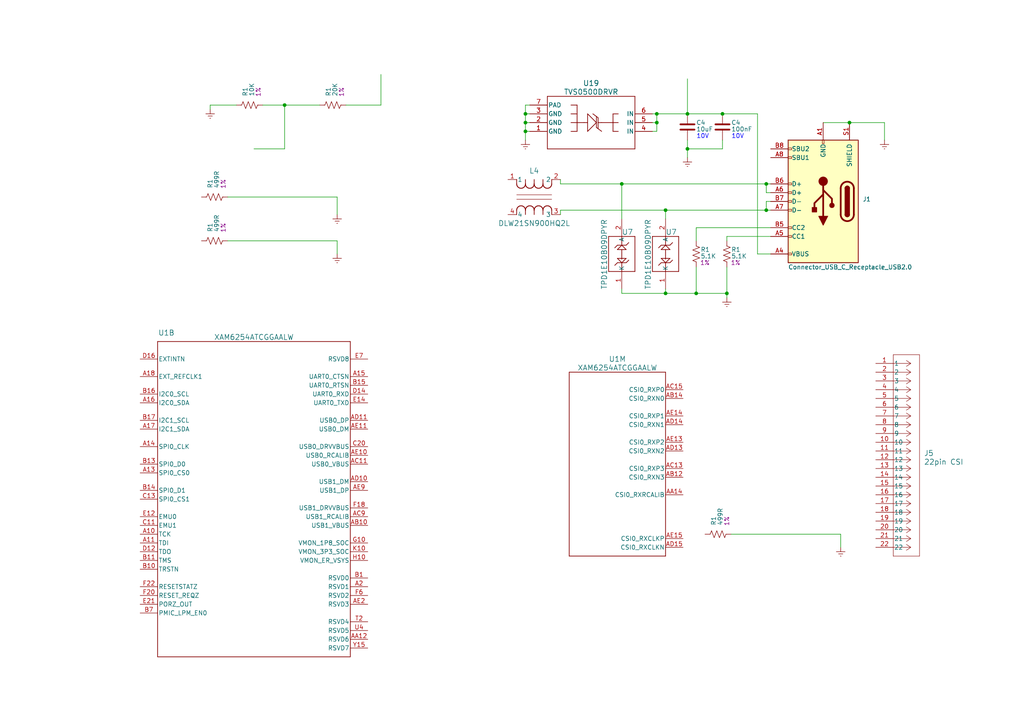
<source format=kicad_sch>
(kicad_sch (version 20230121) (generator eeschema)
  (paper "A4")
  (title_block (title "TI Ember AM62 SiP Concept") (date "2023-06-09") (rev "Rev 0") (company "Andrei Aldea - Texas Instruments"))
  (junction (at 210.82 85.09))
  (junction (at 246.38 35.56))
  (junction (at 201.93 85.09))
  (junction (at 199.39 33.02))
  (junction (at 152.4 38.1))
  (junction (at 152.4 33.02))
  (junction (at 190.5 35.56))
  (junction (at 222.25 60.96))
  (junction (at 190.5 33.02))
  (junction (at 209.55 33.02))
  (junction (at 193.04 85.09))
  (junction (at 82.55 30.48))
  (junction (at 193.04 60.96))
  (junction (at 180.34 53.34))
  (junction (at 152.4 35.56))
  (junction (at 199.39 43.18))
  (junction (at 222.25 53.34))
  (wire (pts (xy 199.39 33.02) (xy 209.55 33.02)))
  (wire (pts (xy 210.82 69.85) (xy 210.82 68.58)))
  (wire (pts (xy 238.76 35.56) (xy 246.38 35.56)))
  (wire (pts (xy 66.04 57.15) (xy 97.79 57.15)))
  (wire (pts (xy 209.55 40.64) (xy 209.55 43.18)))
  (wire (pts (xy 256.54 35.56) (xy 256.54 40.64)))
  (wire (pts (xy 152.4 38.1) (xy 152.4 40.64)))
  (wire (pts (xy 222.25 53.34) (xy 223.52 53.34)))
  (wire (pts (xy 209.55 43.18) (xy 199.39 43.18)))
  (wire (pts (xy 210.82 68.58) (xy 223.52 68.58)))
  (wire (pts (xy 222.25 60.96) (xy 223.52 60.96)))
  (wire (pts (xy 222.25 55.88) (xy 223.52 55.88)))
  (wire (pts (xy 222.25 58.42) (xy 222.25 60.96)))
  (wire (pts (xy 152.4 33.02) (xy 153.67 33.02)))
  (wire (pts (xy 100.33 30.48) (xy 110.49 30.48)))
  (wire (pts (xy 152.4 35.56) (xy 152.4 38.1)))
  (wire (pts (xy 189.23 38.1) (xy 190.5 38.1)))
  (wire (pts (xy 162.56 62.23) (xy 162.56 60.96)))
  (wire (pts (xy 180.34 85.09) (xy 193.04 85.09)))
  (wire (pts (xy 243.84 154.94) (xy 243.84 158.75)))
  (wire (pts (xy 193.04 60.96) (xy 222.25 60.96)))
  (wire (pts (xy 201.93 85.09) (xy 210.82 85.09)))
  (wire (pts (xy 60.96 30.48) (xy 60.96 31.75)))
  (wire (pts (xy 73.66 43.18) (xy 82.55 43.18)))
  (wire (pts (xy 97.79 57.15) (xy 97.79 62.23)))
  (wire (pts (xy 246.38 35.56) (xy 256.54 35.56)))
  (wire (pts (xy 190.5 38.1) (xy 190.5 35.56)))
  (wire (pts (xy 180.34 53.34) (xy 222.25 53.34)))
  (wire (pts (xy 180.34 83.82) (xy 180.34 85.09)))
  (wire (pts (xy 199.39 22.86) (xy 199.39 33.02)))
  (wire (pts (xy 193.04 60.96) (xy 193.04 63.5)))
  (wire (pts (xy 82.55 30.48) (xy 82.55 43.18)))
  (wire (pts (xy 201.93 77.47) (xy 201.93 85.09)))
  (wire (pts (xy 152.4 33.02) (xy 152.4 35.56)))
  (wire (pts (xy 222.25 53.34) (xy 222.25 55.88)))
  (wire (pts (xy 162.56 53.34) (xy 162.56 52.07)))
  (wire (pts (xy 162.56 60.96) (xy 193.04 60.96)))
  (wire (pts (xy 222.25 58.42) (xy 223.52 58.42)))
  (wire (pts (xy 152.4 30.48) (xy 152.4 33.02)))
  (wire (pts (xy 219.71 73.66) (xy 219.71 33.02)))
  (wire (pts (xy 190.5 33.02) (xy 199.39 33.02)))
  (wire (pts (xy 209.55 33.02) (xy 219.71 33.02)))
  (wire (pts (xy 190.5 33.02) (xy 190.5 35.56)))
  (wire (pts (xy 199.39 43.18) (xy 199.39 45.72)))
  (wire (pts (xy 110.49 21.59) (xy 110.49 30.48)))
  (wire (pts (xy 76.2 30.48) (xy 82.55 30.48)))
  (wire (pts (xy 212.09 154.94) (xy 243.84 154.94)))
  (wire (pts (xy 210.82 77.47) (xy 210.82 85.09)))
  (wire (pts (xy 82.55 30.48) (xy 92.71 30.48)))
  (wire (pts (xy 193.04 85.09) (xy 193.04 83.82)))
  (wire (pts (xy 189.23 33.02) (xy 190.5 33.02)))
  (wire (pts (xy 66.04 69.85) (xy 97.79 69.85)))
  (wire (pts (xy 152.4 35.56) (xy 153.67 35.56)))
  (wire (pts (xy 199.39 43.18) (xy 199.39 40.64)))
  (wire (pts (xy 68.58 30.48) (xy 60.96 30.48)))
  (wire (pts (xy 97.79 69.85) (xy 97.79 73.66)))
  (wire (pts (xy 210.82 86.36) (xy 210.82 85.09)))
  (wire (pts (xy 152.4 38.1) (xy 153.67 38.1)))
  (wire (pts (xy 152.4 30.48) (xy 153.67 30.48)))
  (wire (pts (xy 201.93 66.04) (xy 223.52 66.04)))
  (wire (pts (xy 180.34 53.34) (xy 162.56 53.34)))
  (wire (pts (xy 189.23 35.56) (xy 190.5 35.56)))
  (wire (pts (xy 223.52 73.66) (xy 219.71 73.66)))
  (wire (pts (xy 193.04 85.09) (xy 201.93 85.09)))
  (wire (pts (xy 201.93 69.85) (xy 201.93 66.04)))
  (wire (pts (xy 180.34 53.34) (xy 180.34 63.5)))
  (symbol (lib_id "USB-C-USB-2.0-cache:Connector_USB_C_Receptacle_USB2.0") (at 238.76 58.42 180) (unit 1)
    (property "Reference" "J1" (at 250.19 57.785 0) (effects (justify right)))
    (property "Value" "Connector_USB_C_Receptacle_USB2.0" (at 228.6 77.47 0) (effects (justify right)))
    (property "Footprint" "USB-C-Power-tester:TYPE-C-31-M-12" (effects hide))
  )
  (symbol (lib_id "power:GNDREF") (at 60.96 31.75 0) (unit 1)
    (property "Reference" "#PWR030" (effects hide))
    (property "Value" "GNDREF" (effects hide))
    (instances (project "TI Ember" (path "" (reference "#PWR030") (unit 1)) (path "" (reference "#PWR067") (unit 1))))
  )
  (symbol (lib_id "power:GNDREF") (at 199.39 45.72 0) (unit 1)
    (property "Reference" "#PWR030" (effects hide))
    (property "Value" "GNDREF" (effects hide))
    (instances (project "TI Ember" (path "" (reference "#PWR030") (unit 1)) (path "" (reference "#PWR065") (unit 1))))
  )
  (symbol (lib_id "TPD1E10B09DPYR:TPD1E10B09DPYR") (at 180.34 73.66 90) (unit 1)
    (property "Reference" "U7" (at 180.34 67.31 90) (effects (font (size 1.524 1.524)) (justify right)))
    (property "Value" "TPD1E10B09DPYR" (at 175.26 63.5 0) (effects (font (size 1.524 1.524)) (justify right)))
    (property "Footprint" "DPY0002A" (effects hide))
    (property "Datasheet" "TPD1E10B09DPYR" (effects hide))
    (instances (project "TI Ember" (path "" (reference "U7") (unit 1)) (path "" (reference "U17") (unit 1))))
  )
  (symbol (lib_id "power:GNDREF") (at 210.82 86.36 0) (unit 1)
    (property "Reference" "#PWR030" (effects hide))
    (property "Value" "GNDREF" (effects hide))
    (instances (project "TI Ember" (path "" (reference "#PWR030") (unit 1)) (path "" (reference "#PWR064") (unit 1))))
  )
  (symbol (lib_id "TPD1E10B09DPYR:TPD1E10B09DPYR") (at 193.04 73.66 90) (unit 1)
    (property "Reference" "U7" (at 193.04 67.31 90) (effects (font (size 1.524 1.524)) (justify right)))
    (property "Value" "TPD1E10B09DPYR" (at 187.96 63.5 0) (effects (font (size 1.524 1.524)) (justify right)))
    (property "Footprint" "DPY0002A" (effects hide))
    (property "Datasheet" "TPD1E10B09DPYR" (effects hide))
    (instances (project "TI Ember" (path "" (reference "U7") (unit 1)) (path "" (reference "U18") (unit 1))))
  )
  (symbol (lib_id "Device:R_US") (at 210.82 73.66 0) (unit 1)
    (property "Reference" "R1" (at 212.09 72.39 0) (effects (justify left)))
    (property "Value" "5.1K" (at 212.09 74.295 0) (effects (justify left)))
    (property "Footprint" "Resistor_SMD:R_0201_0603Metric" (effects hide))
    (property "Tolerance" "1%" (at 213.36 76.2 0))
    (instances (project "TI Ember" (path "" (reference "R1") (unit 1)) (path "" (reference "R4") (unit 1)) (path "" (reference "R30") (unit 1)) (path "" (reference "R31") (unit 1)) (path "" (reference "R55") (unit 1))))
  )
  (symbol (lib_id "PiCSI:545482271") (at 254 105.41 0) (unit 1)
    (property "Reference" "J5" (at 267.97 131.445 0) (effects (font (size 1.524 1.524)) (justify left)))
    (property "Value" "22pin CSI" (at 267.97 133.985 0) (effects (font (size 1.524 1.524)) (justify left)))
    (property "Footprint" "CONN_54548-2271_MOL" (effects hide))
    (property "Datasheet" "545482271" (effects hide))
  )
  (symbol (lib_id "power:GNDREF") (at 97.79 62.23 0) (unit 1)
    (property "Reference" "#PWR030" (effects hide))
    (property "Value" "GNDREF" (effects hide))
    (instances (project "TI Ember" (path "" (reference "#PWR030") (unit 1)) (path "" (reference "#PWR068") (unit 1))))
  )
  (symbol (lib_id "Device:C") (at 199.39 36.83 0) (unit 1)
    (property "Reference" "C4" (at 201.93 35.56 0) (effects (justify left)))
    (property "Value" "10uF" (at 201.93 37.465 0) (effects (justify left)))
    (property "Footprint" "Capacitor_SMD:C_0402_1005Metric" (effects hide))
    (property "V Tol" "10V" (at 203.8223 39.3731 0))
    (instances (project "TI Ember" (path "" (reference "C4") (unit 1)) (path "" (reference "C1") (unit 1)) (path "" (reference "C55") (unit 1)) (path "" (reference "C98") (unit 1))))
  )
  (symbol (lib_id "DLW21SN900HQ2L:DLW21SN900HQ2L") (at 147.32 52.07 0) (unit 1)
    (property "Reference" "L4" (at 154.94 49.53 0) (effects (font (size 1.524 1.524))))
    (property "Value" "DLW21SN900HQ2L" (at 154.94 64.77 0) (effects (font (size 1.524 1.524))))
    (property "Footprint" "IND_DLW21S_0805_MUR" (effects hide))
    (property "Datasheet" "DLW21SN900HQ2L" (effects hide))
  )
  (symbol (lib_id "Device:R_US") (at 208.28 154.94 90) (unit 1)
    (property "Reference" "R1" (at 207.01 152.4 0) (effects (justify left)))
    (property "Value" "499R" (at 208.915 152.4 0) (effects (justify left)))
    (property "Footprint" "Resistor_SMD:R_0201_0603Metric" (effects hide))
    (property "Tolerance" "1%" (at 210.82 151.13 0))
    (instances (project "TI Ember" (path "" (reference "R1") (unit 1)) (path "" (reference "R4") (unit 1)) (path "" (reference "R30") (unit 1)) (path "" (reference "R31") (unit 1)) (path "" (reference "R56") (unit 1))))
  )
  (symbol (lib_id "Device:R_US") (at 201.93 73.66 0) (unit 1)
    (property "Reference" "R1" (at 203.2 72.39 0) (effects (justify left)))
    (property "Value" "5.1K" (at 203.2 74.295 0) (effects (justify left)))
    (property "Footprint" "Resistor_SMD:R_0201_0603Metric" (effects hide))
    (property "Tolerance" "1%" (at 204.47 76.2 0))
    (instances (project "TI Ember" (path "" (reference "R1") (unit 1)) (path "" (reference "R4") (unit 1)) (path "" (reference "R30") (unit 1)) (path "" (reference "R31") (unit 1)) (path "" (reference "R54") (unit 1))))
  )
  (symbol (lib_id "power:GNDREF") (at 243.84 158.75 0) (unit 1)
    (property "Reference" "#PWR030" (effects hide))
    (property "Value" "GNDREF" (effects hide))
    (instances (project "TI Ember" (path "" (reference "#PWR030") (unit 1)) (path "" (reference "#PWR070") (unit 1))))
  )
  (symbol (lib_id "Device:R_US") (at 72.39 30.48 90) (unit 1)
    (property "Reference" "R1" (at 71.12 27.94 0) (effects (justify left)))
    (property "Value" "10K" (at 73.025 27.94 0) (effects (justify left)))
    (property "Footprint" "Resistor_SMD:R_0201_0603Metric" (effects hide))
    (property "Tolerance" "1%" (at 74.93 26.67 0))
    (instances (project "TI Ember" (path "" (reference "R1") (unit 1)) (path "" (reference "R4") (unit 1)) (path "" (reference "R30") (unit 1)) (path "" (reference "R31") (unit 1)) (path "" (reference "R50") (unit 1))))
  )
  (symbol (lib_id "TIEmber:XAM6254ATCGGAALW") (at 40.64 104.14 0) (unit 2)
    (property "Reference" "U1" (at 48.26 96.52 0) (effects (font (size 1.524 1.524))))
    (property "Value" "XAM6254ATCGGAALW" (at 73.66 97.79 0) (effects (font (size 1.524 1.524))))
    (property "Footprint" "ALW0425A-MFG" (effects hide))
    (property "Datasheet" "XAM6254ATCGGAALW" (effects hide))
  )
  (symbol (lib_id "power:GNDREF") (at 97.79 73.66 0) (unit 1)
    (property "Reference" "#PWR030" (effects hide))
    (property "Value" "GNDREF" (effects hide))
    (instances (project "TI Ember" (path "" (reference "#PWR030") (unit 1)) (path "" (reference "#PWR069") (unit 1))))
  )
  (symbol (lib_id "Device:R_US") (at 96.52 30.48 90) (unit 1)
    (property "Reference" "R1" (at 95.25 27.94 0) (effects (justify left)))
    (property "Value" "20K" (at 97.155 27.94 0) (effects (justify left)))
    (property "Footprint" "Resistor_SMD:R_0201_0603Metric" (effects hide))
    (property "Tolerance" "1%" (at 99.06 26.67 0))
    (instances (project "TI Ember" (path "" (reference "R1") (unit 1)) (path "" (reference "R4") (unit 1)) (path "" (reference "R30") (unit 1)) (path "" (reference "R31") (unit 1)) (path "" (reference "R51") (unit 1))))
  )
  (symbol (lib_id "Device:R_US") (at 62.23 57.15 90) (unit 1)
    (property "Reference" "R1" (at 60.96 54.61 0) (effects (justify left)))
    (property "Value" "499R" (at 62.865 54.61 0) (effects (justify left)))
    (property "Footprint" "Resistor_SMD:R_0201_0603Metric" (effects hide))
    (property "Tolerance" "1%" (at 64.77 53.34 0))
    (instances (project "TI Ember" (path "" (reference "R1") (unit 1)) (path "" (reference "R4") (unit 1)) (path "" (reference "R30") (unit 1)) (path "" (reference "R31") (unit 1)) (path "" (reference "R52") (unit 1))))
  )
  (symbol (lib_id "power:GNDREF") (at 256.54 40.64 0) (unit 1)
    (property "Reference" "#PWR030" (effects hide))
    (property "Value" "GNDREF" (effects hide))
    (instances (project "TI Ember" (path "" (reference "#PWR030") (unit 1)) (path "" (reference "#PWR063") (unit 1))))
  )
  (symbol (lib_id "Device:C") (at 209.55 36.83 0) (unit 1)
    (property "Reference" "C4" (at 212.09 35.56 0) (effects (justify left)))
    (property "Value" "100nF" (at 212.09 37.465 0) (effects (justify left)))
    (property "Footprint" "Capacitor_SMD:C_0201_0603Metric" (effects hide))
    (property "V Tol" "10V" (at 213.9823 39.3731 0))
    (instances (project "TI Ember" (path "" (reference "C4") (unit 1)) (path "" (reference "C1") (unit 1)) (path "" (reference "C58") (unit 1)) (path "" (reference "C99") (unit 1))))
  )
  (symbol (lib_id "power:GNDREF") (at 152.4 40.64 0) (unit 1)
    (property "Reference" "#PWR030" (effects hide))
    (property "Value" "GNDREF" (effects hide))
    (instances (project "TI Ember" (path "" (reference "#PWR030") (unit 1)) (path "" (reference "#PWR066") (unit 1))))
  )
  (symbol (lib_id "TVS0500DRVR:TVS0500DRVR") (at 171.45 35.56 180) (unit 1)
    (property "Reference" "U19" (at 171.45 24.13 0) (effects (font (size 1.524 1.524))))
    (property "Value" "TVS0500DRVR" (at 171.45 26.67 0) (effects (font (size 1.524 1.524))))
    (property "Footprint" "DRV0006A" (effects hide))
    (property "Datasheet" "TVS0500DRVR" (effects hide))
  )
  (symbol (lib_id "TIEmber:XAM6254ATCGGAALW") (at 198.12 113.03 0) (unit 13)
    (property "Reference" "U1" (at 179.07 104.14 0) (effects (font (size 1.524 1.524))))
    (property "Value" "XAM6254ATCGGAALW" (at 179.07 106.68 0) (effects (font (size 1.524 1.524))))
    (property "Footprint" "ALW0425A-MFG" (effects hide))
    (property "Datasheet" "XAM6254ATCGGAALW" (effects hide))
  )
  (symbol (lib_id "Device:R_US") (at 62.23 69.85 90) (unit 1)
    (property "Reference" "R1" (at 60.96 67.31 0) (effects (justify left)))
    (property "Value" "499R" (at 62.865 67.31 0) (effects (justify left)))
    (property "Footprint" "Resistor_SMD:R_0201_0603Metric" (effects hide))
    (property "Tolerance" "1%" (at 64.77 66.04 0))
    (instances (project "TI Ember" (path "" (reference "R1") (unit 1)) (path "" (reference "R4") (unit 1)) (path "" (reference "R30") (unit 1)) (path "" (reference "R31") (unit 1)) (path "" (reference "R53") (unit 1))))
  )
)
</source>
